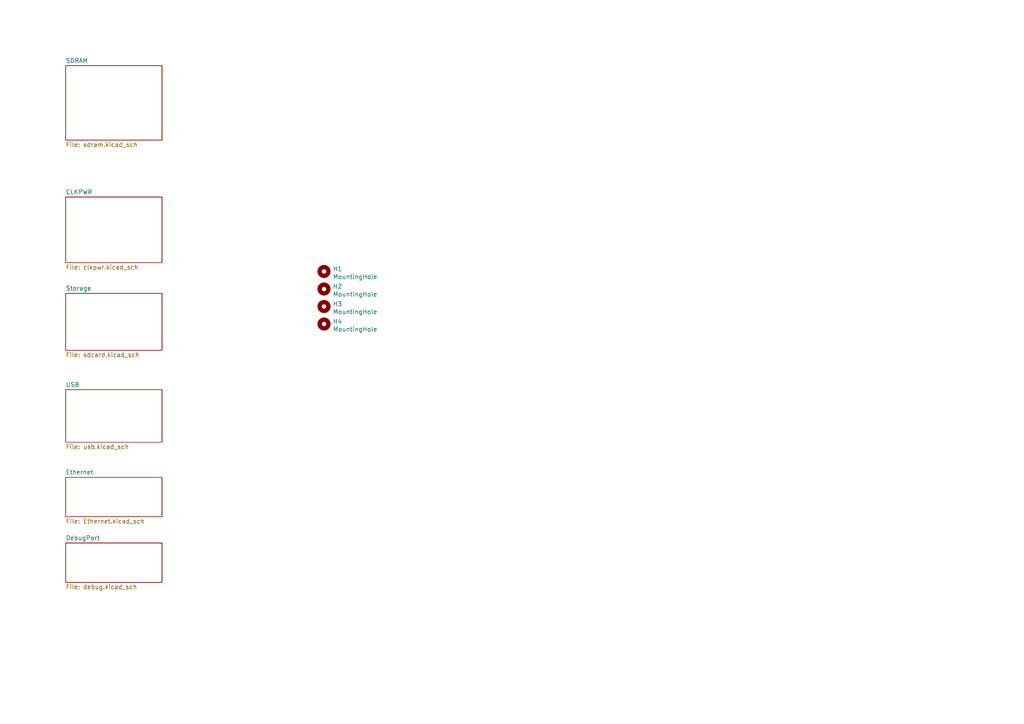
<source format=kicad_sch>
(kicad_sch (version 20211123) (generator eeschema)
  (paper "A4")
  (title_block (company "Drawn by t123yh") (comment 1 "Eval board for BM32F100"))
  (lib_symbols
    (symbol "Mechanical:MountingHole" (pin_names (offset 1.016))
      (property "Reference" "H" (at 0 5.08 0))
      (property "Value" "MountingHole" (at 0 3.175 0))
      (symbol "MountingHole_0_1"
        (circle (center 0 0) (radius 1.27) (stroke (width 1.27)))
      )
    )
  )
  (symbol (lib_id "Mechanical:MountingHole") (at 93.98 78.74 0) (unit 1)
    (property "Reference" "H1" (at 96.5201 77.9791 0) (effects (justify left)))
    (property "Value" "MountingHole" (at 96.5201 80.2778 0) (effects (justify left)))
    (property "Footprint" "MountingHole:MountingHole_3.2mm_M3" (effects hide))
  )
  (symbol (lib_id "Mechanical:MountingHole") (at 93.98 93.98 0) (unit 1)
    (property "Reference" "H4" (at 96.5201 93.2191 0) (effects (justify left)))
    (property "Value" "MountingHole" (at 96.5201 95.5178 0) (effects (justify left)))
    (property "Footprint" "MountingHole:MountingHole_3.2mm_M3" (effects hide))
  )
  (symbol (lib_id "Mechanical:MountingHole") (at 93.98 88.9 0) (unit 1)
    (property "Reference" "H3" (at 96.5201 88.1391 0) (effects (justify left)))
    (property "Value" "MountingHole" (at 96.5201 90.4378 0) (effects (justify left)))
    (property "Footprint" "MountingHole:MountingHole_3.2mm_M3" (effects hide))
  )
  (symbol (lib_id "Mechanical:MountingHole") (at 93.98 83.82 0) (unit 1)
    (property "Reference" "H2" (at 96.5201 83.0591 0) (effects (justify left)))
    (property "Value" "MountingHole" (at 96.5201 85.3578 0) (effects (justify left)))
    (property "Footprint" "MountingHole:MountingHole_3.2mm_M3" (effects hide))
  )
  (sheet (at 19.05 138.43) (size 27.94 11.43) (stroke (width 0.1524))
    (property "Sheet name" "Ethernet" (at 19.05 137.7184 0) (effects (justify left bottom)))
    (property "Sheet file" "Ethernet.kicad_sch" (at 19.05 150.4446 0) (effects (justify left top)))
  )
  (sheet (at 19.05 57.15) (size 27.94 19.05) (stroke (width 0.1524))
    (property "Sheet name" "CLKPWR" (at 19.05 56.4384 0) (effects (justify left bottom)))
    (property "Sheet file" "clkpwr.kicad_sch" (at 19.05 76.7846 0) (effects (justify left top)))
  )
  (sheet (at 19.05 85.09) (size 27.94 16.51) (stroke (width 0.1524))
    (property "Sheet name" "Storage" (at 19.05 84.3784 0) (effects (justify left bottom)))
    (property "Sheet file" "sdcard.kicad_sch" (at 19.05 102.1846 0) (effects (justify left top)))
  )
  (sheet (at 19.05 19.05) (size 27.94 21.59) (stroke (width 0.1524))
    (property "Sheet name" "SDRAM" (at 19.05 18.3384 0) (effects (justify left bottom)))
    (property "Sheet file" "sdram.kicad_sch" (at 19.05 41.2246 0) (effects (justify left top)))
  )
  (sheet (at 19.05 157.48) (size 27.94 11.43) (stroke (width 0.1524))
    (property "Sheet name" "DebugPort" (at 19.05 156.7684 0) (effects (justify left bottom)))
    (property "Sheet file" "debug.kicad_sch" (at 19.05 169.4946 0) (effects (justify left top)))
  )
  (sheet (at 19.05 113.03) (size 27.94 15.24) (stroke (width 0.1524))
    (property "Sheet name" "USB" (at 19.05 112.3184 0) (effects (justify left bottom)))
    (property "Sheet file" "usb.kicad_sch" (at 19.05 128.8546 0) (effects (justify left top)))
  )
)
</source>
